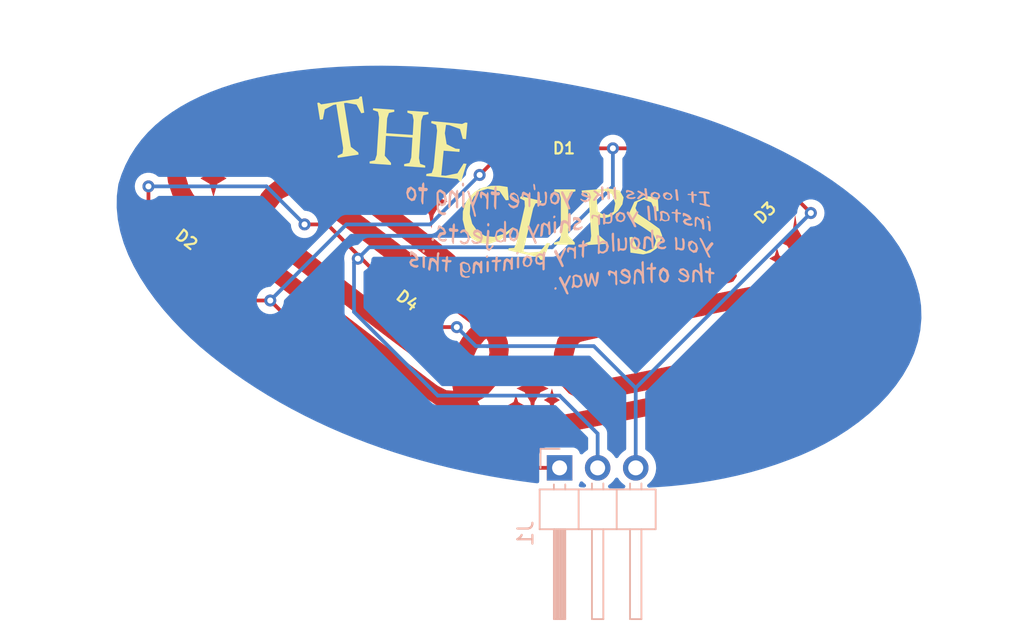
<source format=kicad_pcb>
(kicad_pcb (version 20211014) (generator pcbnew)
  (layers (0 "F.Cu" signal) (31 "B.Cu" signal) (34 "B.Paste" user) (35 "F.Paste" user) (36 "B.SilkS" user "B.Silkscreen") (37 "F.SilkS" user "F.Silkscreen") (38 "B.Mask" user) (39 "F.Mask" user) (44 "Edge.Cuts" user))
  (net 0 "")
  (net 1 "Net-(D1-Pad1)")
  (net 2 "Net-(D1-Pad2)")
  (net 3 "Net-(D3-Pad2)")
  (footprint "Custom4:Custom_LessSilkscreenLED_1206_3216Metric_Pad1.42x1.75mm_HandSolder" (layer "F.Cu") (at 39.624 45.466 142)
    (fp_text reference "D2" (at 0 0 142) (layer "F.SilkS") (effects (font (size 0.75 0.75))))
    (fp_text value "LED")
    (pad "1" smd roundrect (at -1.4875 0 142) (size 1.425 1.75) (layers "F.Cu" "F.Paste" "F.Mask") (roundrect_rratio 0.1754392982) (net 2 "Net-(D1-Pad2)"))
    (pad "2" smd roundrect (at 1.4875 0 142) (size 1.425 1.75) (layers "F.Cu" "F.Paste" "F.Mask") (roundrect_rratio 0.1754392982) (net 1 "Net-(D1-Pad1)"))
  )
  (footprint "Custom4:Custom_LessSilkscreenLED_1206_3216Metric_Pad1.42x1.75mm_HandSolder" (layer "F.Cu") (at 78.232 43.688 45)
    (fp_text reference "D3" (at 0 0 45) (layer "F.SilkS") (effects (font (size 0.75 0.75))))
    (fp_text value "LED")
    (pad "1" smd roundrect (at -1.4875 0 45) (size 1.425 1.75) (layers "F.Cu" "F.Paste" "F.Mask") (roundrect_rratio 0.1754392982) (net 1 "Net-(D1-Pad1)"))
    (pad "2" smd roundrect (at 1.4875 0 45) (size 1.425 1.75) (layers "F.Cu" "F.Paste" "F.Mask") (roundrect_rratio 0.1754392982) (net 3 "Net-(D3-Pad2)"))
  )
  (footprint "Custom4:Custom_LessSilkscreenLED_1206_3216Metric_Pad1.42x1.75mm_HandSolder" (layer "F.Cu") (at 64.8065 39.37 180)
    (fp_text reference "D1" (at 0 0) (layer "F.SilkS") (effects (font (size 0.75 0.75))))
    (fp_text value "LED")
    (pad "1" smd roundrect (at -1.4875 0 180) (size 1.425 1.75) (layers "F.Cu" "F.Paste" "F.Mask") (roundrect_rratio 0.1754392982) (net 1 "Net-(D1-Pad1)"))
    (pad "2" smd roundrect (at 1.4875 0 180) (size 1.425 1.75) (layers "F.Cu" "F.Paste" "F.Mask") (roundrect_rratio 0.1754392982) (net 2 "Net-(D1-Pad2)"))
  )
  (footprint "Custom4:Custom_LessSilkscreenLED_1206_3216Metric_Pad1.42x1.75mm_HandSolder" (layer "F.Cu") (at 54.356 49.53 142)
    (fp_text reference "D4" (at 0 0 142) (layer "F.SilkS") (effects (font (size 0.75 0.75))))
    (fp_text value "LED")
    (pad "1" smd roundrect (at -1.4875 0 142) (size 1.425 1.75) (layers "F.Cu" "F.Paste" "F.Mask") (roundrect_rratio 0.1754392982) (net 3 "Net-(D3-Pad2)"))
    (pad "2" smd roundrect (at 1.4875 0 142) (size 1.425 1.75) (layers "F.Cu" "F.Paste" "F.Mask") (roundrect_rratio 0.1754392982) (net 1 "Net-(D1-Pad1)"))
  )
  (footprint "Custom4:paperclips" (layer "F.Cu") (at 33.782 33.02)
    (fp_text reference "svg2mod" hide)
    (fp_text value "G***" hide)
    (fp_poly (pts (xy 31.055469 7.600156) (xy 30.90168 8.088809) (xy 30.539531 8.294687) (xy 30.909121 8.493125) (xy 31.055469 8.989219) (xy 31.209258 8.500566) (xy 31.571406 8.294687) (xy 31.209258 8.088809) (xy 31.055469 7.600156)) (layer "F.Cu") (width 0) (fill solid))
    (fp_poly (pts (xy 27.820937 22.800469) (xy 27.667148 23.289121) (xy 27.305 23.495) (xy 27.67459 23.693438) (xy 27.820937 24.189531) (xy 27.974727 23.700879) (xy 28.336875 23.495) (xy 27.974727 23.289121) (xy 27.820937 22.800469)) (layer "F.Cu") (width 0) (fill solid))
    (fp_poly (pts (xy 46.454219 10.795) (xy 46.308698 11.704138) (xy 45.925052 12.353102) (xy 45.382656 12.600781) (xy 45.916233 12.848461) (xy 46.304288 13.497425) (xy 46.454219 14.406562) (xy 46.59974 13.497425) (xy 46.983385 12.848461) (xy 47.525781 12.600781) (xy 46.974566 12.353102) (xy 46.59533 11.704138) (xy 46.454219 10.795)) (layer "F.Cu") (width 0) (fill solid))
    (fp_poly (pts (xy 5.099844 8.354219) (xy 5.318125 8.651875) (xy 5.595938 9.326563) (xy 6.072187 10.021094) (xy 6.6675 10.556875) (xy 7.004844 10.914063) (xy 7.024688 11.052969) (xy 6.885781 11.072813) (xy 6.627812 10.993438) (xy 5.992812 10.378281) (xy 5.55873 9.872266) (xy 5.258594 9.36625) (xy 5.000625 8.612188) (xy 5.099844 8.354219)) (layer "F.Cu") (width 0) (fill solid))
    (fp_poly (pts (xy 7.639844 7.104062) (xy 7.389316 7.982148) (xy 6.766719 8.354219) (xy 7.381875 8.718848) (xy 7.639844 9.604375) (xy 7.890371 8.726289) (xy 8.512969 8.354219) (xy 7.897812 7.98959) (xy 7.639844 7.104062)) (layer "F.Cu") (width 0) (fill solid))
    (fp_poly (pts (xy 10.894219 11.152188) (xy 11.211719 11.529219) (xy 11.727656 12.164219) (xy 12.104687 12.54125) (xy 12.144375 12.680156) (xy 11.985625 12.7) (xy 11.469688 12.422188) (xy 10.933906 11.787188) (xy 10.755313 11.291094) (xy 10.894219 11.152187) (xy 10.894219 11.152188)) (layer "F.Cu") (width 0) (fill solid))
    (fp_poly (pts (xy 23.514844 21.490781) (xy 23.544609 22.031523) (xy 23.633906 22.5425) (xy 23.931563 23.455312) (xy 24.427656 24.28875) (xy 25.042812 24.983281) (xy 25.737344 25.459531) (xy 26.590625 25.796875) (xy 27.503437 25.955625) (xy 27.646466 25.945715) (xy 27.926679 25.906107) (xy 28.344006 25.836873) (xy 28.89838 25.738079) (xy 29.58973 25.609795) (xy 30.417988 25.45209) (xy 31.383086 25.265033) (xy 32.484954 25.048692) (xy 33.723523 24.803137) (xy 35.098725 24.528437) (xy 36.61049 24.22466) (xy 38.25875 23.891875) (xy 39.906608 23.557425) (xy 41.417214 23.248607) (xy 42.790566 22.96542) (xy 44.026667 22.707865) (xy 45.125514 22.475941) (xy 46.087109 22.269648) (xy 46.911452 22.088988) (xy 47.598542 21.933958) (xy 48.148379 21.804561) (xy 48.560964 21.700794) (xy 48.836296 21.62266) (xy 48.974375 21.570156) (xy 49.366289 21.284902) (xy 49.728438 20.895469) (xy 50.031055 20.436582) (xy 50.244375 19.962812) (xy 50.380801 19.476641) (xy 50.442813 18.990469) (xy 50.43041 18.46957) (xy 50.343594 17.859375) (xy 50.155078 17.207012) (xy 49.8475 16.569531) (xy 49.47791 16.008945) (xy 49.093438 15.597187) (xy 48.646953 15.299531) (xy 48.081406 15.061406) (xy 47.515859 14.929941) (xy 47.069375 14.902656) (xy 46.858225 14.933275) (xy 46.433135 15.009937) (xy 45.794104 15.132177) (xy 44.941133 15.299531) (xy 43.874221 15.511534) (xy 42.593369 15.76772) (xy 41.098577 16.067624) (xy 39.389844 16.410781) (xy 37.680181 16.762465) (xy 36.182598 17.073687) (xy 34.897095 17.34491) (xy 33.823672 17.576602) (xy 32.962329 17.769225) (xy 32.313066 17.923247) (xy 31.875884 18.039131) (xy 31.650781 18.117344) (xy 30.95625 18.593594) (xy 30.599062 19.089687) (xy 30.360938 20.0025) (xy 30.32125 20.627578) (xy 30.400625 21.193125) (xy 30.757813 22.086094) (xy 31.353125 22.721094) (xy 32.047656 23.098125) (xy 32.781875 23.197344) (xy 33.015198 23.171888) (xy 33.477274 23.095753) (xy 34.16845 22.969285) (xy 35.089073 22.792832) (xy 36.239489 22.566741) (xy 37.620047 22.291358) (xy 39.231094 21.967031) (xy 40.838495 21.640275) (xy 42.208119 21.357602) (xy 43.340312 21.119362) (xy 44.235421 20.9259) (xy 44.893794 20.777563) (xy 45.315778 20.6747) (xy 45.501719 20.617656) (xy 45.799375 20.300156) (xy 45.779531 19.863594) (xy 45.4025 19.52625) (xy 45.204583 19.52868) (xy 44.764376 19.586996) (xy 44.082572 19.701199) (xy 43.159867 19.871288) (xy 41.996954 20.097264) (xy 40.594527 20.379126) (xy 38.953281 20.716875) (xy 37.312093 21.054682) (xy 35.910072 21.336949) (xy 34.748258 21.564024) (xy 33.827693 21.736254) (xy 33.149418 21.853986) (xy 32.714476 21.917567) (xy 32.523906 21.927344) (xy 32.127031 21.768594) (xy 31.789687 21.232812) (xy 31.611094 20.339844) (xy 31.789687 19.625469) (xy 32.087344 19.288125) (xy 32.237102 19.243477) (xy 32.611963 19.15418) (xy 33.211926 19.020234) (xy 34.036992 18.841641) (xy 35.087161 18.618398) (xy 36.362432 18.350508) (xy 37.862805 18.037969) (xy 39.588281 17.680781) (xy 41.31647 17.325377) (xy 42.824673 17.017876) (xy 44.112424 16.757814) (xy 45.179258 16.544727) (xy 46.02471 16.378148) (xy 46.648315 16.257612) (xy 47.049609 16.182656) (xy 47.228125 16.152812) (xy 47.823438 16.271875) (xy 48.438594 16.688594) (xy 48.875156 17.283906) (xy 49.133125 18.037969) (xy 49.232344 18.7325) (xy 49.133125 19.3675) (xy 48.855313 20.042187) (xy 48.438594 20.47875) (xy 47.823438 20.716875) (xy 47.679239 20.748348) (xy 47.387173 20.810235) (xy 46.946973 20.902446) (xy 46.358369 21.024893) (xy 45.621094 21.177486) (xy 44.734879 21.360135) (xy 43.699456 21.57275) (xy 42.514556 21.815244) (xy 41.179911 22.087525) (xy 39.695253 22.389505) (xy 38.060313 22.721094) (xy 36.427877 23.052191) (xy 34.940088 23.352695) (xy 33.596945 23.622516) (xy 32.398448 23.861565) (xy 31.344597 24.069753) (xy 30.435393 24.24699) (xy 29.670834 24.393187) (xy 29.050922 24.508254) (xy 28.575656 24.592101) (xy 28.245036 24.64464) (xy 28.059063 24.665781) (xy 27.448867 24.648418) (xy 26.868438 24.526875) (xy 25.995312 24.13) (xy 25.439687 23.554531) (xy 25.042812 22.879844) (xy 24.824531 22.145625) (xy 24.765 21.2725) (xy 24.903906 20.47875) (xy 25.221406 19.764375) (xy 25.7175 19.149219) (xy 26.08957 18.881328) (xy 26.610469 18.613437) (xy 26.833214 18.53918) (xy 27.223856 18.435361) (xy 27.78272 18.301817) (xy 28.510134 18.138385) (xy 29.406423 17.944902) (xy 30.471916 17.721204) (xy 31.706937 17.467127) (xy 33.111815 17.18251) (xy 34.686875 16.867187) (xy 36.434598 16.516472) (xy 37.956753 16.208313) (xy 39.252875 15.942477) (xy 40.3225 15.71873) (xy 41.165162 15.536842) (xy 41.780396 15.39658) (xy 42.167736 15.29771) (xy 42.326719 15.24) (xy 42.564844 14.882812) (xy 42.465625 14.426406) (xy 42.108437 14.148594) (xy 41.968796 14.155943) (xy 41.642477 14.20445) (xy 41.129479 14.294115) (xy 40.429803 14.424936) (xy 39.543449 14.596916) (xy 38.470417 14.810052) (xy 37.210706 15.064346) (xy 35.764317 15.359797) (xy 34.13125 15.696406) (xy 32.494426 16.037425) (xy 31.036442 16.346105) (xy 29.756806 16.622448) (xy 28.655028 16.866453) (xy 27.73062 17.078119) (xy 26.98309 17.257448) (xy 26.41195 17.404439) (xy 26.016708 17.519091) (xy 25.796875 17.601406) (xy 25.246211 17.956113) (xy 24.725312 18.415) (xy 24.29123 18.918535) (xy 23.991094 19.407187) (xy 23.785215 19.885918) (xy 23.65375 20.379531) (xy 23.54709 20.935156) (xy 23.514844 21.490781)) (layer "F.Cu") (width 0) (fill solid))
    (fp_poly (pts (xy 6.766719 6.488906) (xy 6.61293 6.977559) (xy 6.250781 7.183438) (xy 6.620371 7.381875) (xy 6.766719 7.877969) (xy 6.920508 7.389316) (xy 7.282656 7.183438) (xy 6.920508 6.977559) (xy 6.766719 6.488906)) (layer "F.Cu") (width 0) (fill solid))
    (fp_poly (pts (xy 11.013281 9.921875) (xy 11.191875 9.961563) (xy 11.172031 10.279063) (xy 11.072813 10.675938) (xy 10.973594 10.914063) (xy 10.795 10.933906) (xy 10.695781 10.755313) (xy 10.795 10.31875) (xy 11.013281 9.921875)) (layer "F.Cu") (width 0) (fill solid))
    (fp_poly (pts (xy 26.570781 19.665156) (xy 26.749375 19.744531) (xy 26.709688 20.240625) (xy 26.51125 20.716875) (xy 26.332656 20.677188) (xy 26.3525 20.339844) (xy 26.451719 19.903281) (xy 26.570781 19.665156)) (layer "F.Cu") (width 0) (fill solid))
    (fp_poly (pts (xy 48.498125 16.113125) (xy 48.676719 16.03375) (xy 49.033906 16.390938) (xy 49.252188 16.847344) (xy 49.093438 16.966406) (xy 48.835469 16.728281) (xy 48.557656 16.371094) (xy 48.498125 16.113125)) (layer "F.Cu") (width 0) (fill solid))
    (fp_poly (pts (xy 22.185313 8.09625) (xy 22.039792 9.005388) (xy 21.656146 9.654352) (xy 21.11375 9.902031) (xy 21.647326 10.149711) (xy 22.035382 10.798675) (xy 22.185313 11.707813) (xy 22.330833 10.798675) (xy 22.714479 10.149711) (xy 23.256875 9.902031) (xy 22.70566 9.654352) (xy 22.326424 9.005388) (xy 22.185313 8.09625)) (layer "F.Cu") (width 0) (fill solid))
    (fp_poly (pts (xy 28.932188 20.577969) (xy 28.786667 21.487106) (xy 28.403021 22.136071) (xy 27.860625 22.38375) (xy 28.394201 22.631429) (xy 28.782257 23.280394) (xy 28.932188 24.189531) (xy 29.077708 23.280394) (xy 29.461354 22.631429) (xy 30.00375 22.38375) (xy 29.452535 22.136071) (xy 29.073299 21.487106) (xy 28.932188 20.577969)) (layer "F.Cu") (width 0) (fill solid))
    (fp_poly (pts (xy 30.876875 20.121563) (xy 31.035625 20.200938) (xy 31.134844 19.942969) (xy 31.214219 19.585781) (xy 31.234063 19.347656) (xy 31.095156 19.228594) (xy 30.95625 19.307969) (xy 30.857031 19.704844) (xy 30.876875 20.121563)) (layer "F.Cu") (width 0) (fill solid))
    (fp_poly (pts (xy 30.222031 22.38375) (xy 30.065762 22.926973) (xy 29.68625 23.157656) (xy 30.065762 23.380898) (xy 30.222031 23.931563) (xy 30.378301 23.38834) (xy 30.757813 23.157656) (xy 30.385742 22.934414) (xy 30.222031 22.38375)) (layer "F.Cu") (width 0) (fill solid))
    (fp_poly (pts (xy 6.151563 4.325938) (xy 5.764609 4.698008) (xy 5.437187 5.099844) (xy 4.941094 5.933281) (xy 4.623594 6.846094) (xy 4.504531 7.77875) (xy 4.60375 8.612188) (xy 4.901406 9.485313) (xy 5.377656 10.279063) (xy 5.478127 10.380762) (xy 5.690287 10.566797) (xy 6.014207 10.837168) (xy 6.449954 11.191875) (xy 6.997598 11.630918) (xy 7.657207 12.154297) (xy 8.428851 12.762012) (xy 9.312598 13.454063) (xy 10.308518 14.230449) (xy 11.416679 15.091172) (xy 12.63715 16.03623) (xy 13.97 17.065625) (xy 15.30409 18.093377) (xy 16.528282 19.033555) (xy 17.642644 19.886228) (xy 18.647245 20.651464) (xy 19.542155 21.329333) (xy 20.327441 21.919902) (xy 21.003174 22.423242) (xy 21.569421 22.839421) (xy 22.026252 23.168508) (xy 22.373736 23.410572) (xy 22.611942 23.565682) (xy 22.740937 23.633906) (xy 23.217187 23.738086) (xy 23.752969 23.752969) (xy 24.301152 23.678555) (xy 24.804687 23.514844) (xy 25.657969 23.01875) (xy 26.047402 22.671484) (xy 26.451719 22.205156) (xy 26.823789 21.637129) (xy 27.106563 20.994687) (xy 27.285156 20.344805) (xy 27.344687 19.784219) (xy 27.275234 19.243477) (xy 27.086719 18.672969) (xy 26.816348 18.161992) (xy 26.531094 17.799844) (xy 26.369243 17.659387) (xy 26.03252 17.386846) (xy 25.520923 16.982219) (xy 24.834453 16.445508) (xy 23.97311 15.776711) (xy 22.936895 14.97583) (xy 21.725806 14.042864) (xy 20.339844 12.977813) (xy 18.951091 11.920319) (xy 17.731631 10.995608) (xy 16.681462 10.204377) (xy 15.800586 9.547324) (xy 15.089001 9.025147) (xy 14.546709 8.638542) (xy 14.173708 8.388209) (xy 13.97 8.274844) (xy 13.156406 8.076406) (xy 12.54125 8.135937) (xy 11.707813 8.552656) (xy 11.204277 8.937129) (xy 10.834688 9.36625) (xy 10.398125 10.219531) (xy 10.298906 11.072813) (xy 10.457656 11.846719) (xy 10.874375 12.461875) (xy 11.045621 12.617385) (xy 11.406049 12.913827) (xy 11.95531 13.351199) (xy 12.693058 13.929503) (xy 13.618945 14.648737) (xy 14.732625 15.508903) (xy 16.03375 16.51) (xy 17.333776 17.507394) (xy 18.444621 18.356221) (xy 19.366632 19.056132) (xy 20.100157 19.606782) (xy 20.645542 20.007823) (xy 21.003134 20.258907) (xy 21.173281 20.359687) (xy 21.609844 20.379531) (xy 21.927344 20.081875) (xy 21.927344 19.585781) (xy 21.793702 19.436346) (xy 21.460813 19.141119) (xy 20.928677 18.700102) (xy 20.197293 18.113294) (xy 19.266661 17.380695) (xy 18.136783 16.502305) (xy 16.807656 15.478125) (xy 15.471183 14.447754) (xy 14.336039 13.56734) (xy 13.401879 12.836187) (xy 12.668354 12.253602) (xy 12.135118 11.818891) (xy 11.801824 11.531359) (xy 11.668125 11.390312) (xy 11.529219 10.993437) (xy 11.707812 10.398125) (xy 12.263437 9.68375) (xy 12.918281 9.36625) (xy 13.374687 9.36625) (xy 13.509563 9.444424) (xy 13.824893 9.664216) (xy 14.320676 10.025861) (xy 14.996914 10.52959) (xy 15.853606 11.175636) (xy 16.890752 11.964231) (xy 18.108352 12.895608) (xy 19.506406 13.97) (xy 20.905313 15.047144) (xy 22.125161 15.986621) (xy 23.165485 16.788433) (xy 24.02582 17.452578) (xy 24.705701 17.979058) (xy 25.204663 18.367871) (xy 25.522241 18.619019) (xy 25.657969 18.7325) (xy 25.975469 19.268281) (xy 26.054844 20.0025) (xy 25.896094 20.736719) (xy 25.479375 21.43125) (xy 25.003125 21.967031) (xy 24.467344 22.304375) (xy 23.772812 22.5425) (xy 23.1775 22.502813) (xy 22.602031 22.205156) (xy 22.482924 22.120548) (xy 22.244486 21.942551) (xy 21.886449 21.671254) (xy 21.408544 21.306746) (xy 20.810503 20.849117) (xy 20.092058 20.298457) (xy 19.25294 19.654854) (xy 18.292881 18.918399) (xy 17.211613 18.089181) (xy 16.008867 17.167289) (xy 14.684375 16.152813) (xy 13.363387 15.136383) (xy 12.160566 14.208692) (xy 11.076003 13.369917) (xy 10.109787 12.620237) (xy 9.262007 11.959833) (xy 8.532753 11.388881) (xy 7.922114 10.907562) (xy 7.43018 10.516054) (xy 7.05704 10.214537) (xy 6.802783 10.003188) (xy 6.6675 9.882187) (xy 6.285508 9.408418) (xy 5.992813 8.89) (xy 5.715 7.977187) (xy 5.794375 7.183437) (xy 6.0325 6.449219) (xy 6.449219 5.814219) (xy 7.064375 5.199062) (xy 7.758906 4.7625) (xy 8.493125 4.524375) (xy 9.286875 4.484687) (xy 9.730879 4.586387) (xy 10.279063 4.822031) (xy 10.478235 4.941829) (xy 10.811169 5.168929) (xy 11.277865 5.503333) (xy 11.878322 5.945041) (xy 12.612541 6.494051) (xy 13.480521 7.150365) (xy 14.482263 7.913981) (xy 15.617766 8.784902) (xy 16.887031 9.763125) (xy 18.29993 10.852361) (xy 19.532141 11.79835) (xy 20.583434 12.601091) (xy 21.453574 13.260586) (xy 22.142331 13.776833) (xy 22.64947 14.149834) (xy 22.97476 14.379587) (xy 23.117969 14.466094) (xy 23.534687 14.406562) (xy 23.8125 14.029531) (xy 23.792656 13.573125) (xy 23.69047 13.470231) (xy 23.436721 13.254155) (xy 23.031244 12.924896) (xy 22.473877 12.482454) (xy 21.764456 11.926829) (xy 20.902818 11.258021) (xy 19.8888 10.47603) (xy 18.722238 9.580856) (xy 17.402969 8.5725) (xy 16.077139 7.551622) (xy 14.891115 6.645234) (xy 13.845058 5.853171) (xy 12.939132 5.175272) (xy 12.173501 4.611372) (xy 11.548328 4.161308) (xy 11.063775 3.824917) (xy 10.720008 3.602035) (xy 10.517187 3.4925) (xy 9.892109 3.308945) (xy 9.2075 3.214688) (xy 8.540254 3.22709) (xy 7.977187 3.313906) (xy 7.483574 3.480098) (xy 7.004844 3.690938) (xy 6.570762 3.986113) (xy 6.151562 4.325938) (xy 6.151563 4.325938)) (layer "F.Cu") (width 0) (fill solid))
    (fp_poly (pts (xy 8.493125 4.683125) (xy 8.347604 5.592263) (xy 7.963958 6.241227) (xy 7.421562 6.488906) (xy 7.955139 6.736586) (xy 8.343194 7.38555) (xy 8.493125 8.294688) (xy 8.638646 7.38555) (xy 9.022292 6.736586) (xy 9.564687 6.488906) (xy 9.013472 6.241227) (xy 8.634236 5.592263) (xy 8.493125 4.683125)) (layer "F.Cu") (width 0) (fill solid))
    (fp_poly (pts (xy 48.061562 12.243594) (xy 47.811035 13.12168) (xy 47.188437 13.49375) (xy 47.803594 13.858379) (xy 48.061562 14.743906) (xy 48.31209 13.86582) (xy 48.934687 13.49375) (xy 48.319531 13.129121) (xy 48.061562 12.243594)) (layer "F.Cu") (width 0) (fill solid))
    (fp_poly (pts (xy 31.27375 19.069844) (xy 31.690469 18.930938) (xy 32.365156 18.692812) (xy 32.821563 18.593594) (xy 32.920781 18.514219) (xy 32.801719 18.415) (xy 32.285781 18.355469) (xy 31.611094 18.57375) (xy 31.27375 18.871406) (xy 31.27375 19.069844)) (layer "F.Cu") (width 0) (fill solid))
    (fp_poly (pts (xy 5.377656 6.072188) (xy 5.55625 6.151563) (xy 5.437187 6.707187) (xy 5.23875 7.421562) (xy 5.139531 7.719219) (xy 4.980781 7.659688) (xy 4.881562 7.441406) (xy 5.060156 6.707187) (xy 5.377656 6.072187) (xy 5.377656 6.072188)) (layer "F.Cu") (width 0) (fill solid))
    (fp_poly (pts (xy 25.221406 17.641094) (xy 25.777031 17.978438) (xy 26.166465 18.345547) (xy 26.451719 18.712656) (xy 26.67 19.228594) (xy 26.550938 19.407188) (xy 26.253281 19.069844) (xy 25.638125 18.335625) (xy 25.161875 17.819688) (xy 25.221406 17.641094)) (layer "F.Cu") (width 0) (fill solid))
    (fp_poly (pts (xy 38.139687 10.080625) (xy 37.983418 10.623848) (xy 37.603906 10.854531) (xy 37.983418 11.077773) (xy 38.139687 11.628437) (xy 38.295957 11.085215) (xy 38.675469 10.854531) (xy 38.303398 10.623848) (xy 38.139687 10.080625)) (layer "F.Cu") (width 0) (fill solid))
    (fp_poly (pts (xy 45.24375 13.0175) (xy 45.089961 13.506152) (xy 44.727813 13.712031) (xy 45.097402 13.910469) (xy 45.24375 14.406562) (xy 45.397539 13.91791) (xy 45.759688 13.712031) (xy 45.397539 13.506152) (xy 45.24375 13.0175)) (layer "F.Cu") (width 0) (fill solid))
    (fp_poly (pts (xy 46.077187 15.795625) (xy 46.692344 15.617031) (xy 47.225645 15.562461) (xy 47.684531 15.597187) (xy 48.220312 15.775781) (xy 48.279844 15.994062) (xy 47.823437 15.994062) (xy 46.870937 15.974219) (xy 46.156562 15.994062) (xy 46.077187 15.795625)) (layer "F.Cu") (width 0) (fill solid))
    (fp_poly (pts (xy 55.205313 15.875) (xy 54.966276 15.016748) (xy 54.653171 14.19002) (xy 54.270423 13.394346) (xy 53.822459 12.629258) (xy 53.313705 11.894287) (xy 52.748587 11.188965) (xy 52.131533 10.512822) (xy 51.466969 9.86539) (xy 50.75932 9.246201) (xy 50.013014 8.654785) (xy 49.232477 8.090675) (xy 48.422135 7.553401) (xy 47.586415 7.042495) (xy 46.729743 6.557487) (xy 45.856545 6.09791) (xy 44.971249 5.663295) (xy 44.07828 5.253172) (xy 43.182066 4.867074) (xy 42.287031 4.504531) (xy 41.734507 4.288892) (xy 41.14294 4.071559) (xy 40.514106 3.853294) (xy 39.84978 3.634862) (xy 39.151739 3.417027) (xy 38.421757 3.200552) (xy 37.661609 2.986202) (xy 36.873072 2.774739) (xy 36.05792 2.566928) (xy 35.217929 2.363532) (xy 34.354874 2.165315) (xy 33.470531 1.973041) (xy 32.566676 1.787474) (xy 31.645083 1.609377) (xy 30.707528 1.439514) (xy 29.755786 1.278649) (xy 28.791634 1.127545) (xy 27.816846 0.986967) (xy 26.833197 0.857678) (xy 25.842464 0.740442) (xy 24.846421 0.636022) (xy 23.846844 0.545183) (xy 22.845508 0.468688) (xy 21.844189 0.407301) (xy 20.844663 0.361785) (xy 19.848704 0.332905) (xy 18.858088 0.321423) (xy 17.874591 0.328105) (xy 16.899987 0.353713) (xy 15.936053 0.399011) (xy 14.984563 0.464764) (xy 14.047294 0.551734) (xy 13.12602 0.660686) (xy 12.222517 0.792384) (xy 11.338561 0.94759) (xy 10.475926 1.127069) (xy 9.636388 1.331585) (xy 8.821724 1.561901) (xy 8.033707 1.818781) (xy 7.274113 2.102989) (xy 6.544719 2.415289) (xy 5.847299 2.756444) (xy 5.183628 3.127218) (xy 4.555483 3.528374) (xy 3.964638 3.960678) (xy 3.412869 4.424892) (xy 2.901952 4.921779) (xy 2.433661 5.452105) (xy 2.009773 6.016632) (xy 1.632062 6.616124) (xy 1.302305 7.251346) (xy 1.022275 7.92306) (xy 0.79375 8.632031) (xy 0.683301 9.488341) (xy 0.672688 10.341122) (xy 0.754856 11.187906) (xy 0.922749 12.026224) (xy 1.169311 12.853605) (xy 1.487488 13.667581) (xy 1.870222 14.465682) (xy 2.310459 15.245439) (xy 2.801144 16.004381) (xy 3.33522 16.740041) (xy 3.905632 17.449947) (xy 4.505325 18.131631) (xy 5.127243 18.782624) (xy 5.76433 19.400455) (xy 6.409531 19.982656) (xy 7.138013 20.586058) (xy 7.881577 21.167532) (xy 8.639667 21.727322) (xy 9.411723 22.265671) (xy 10.197186 22.782824) (xy 10.995499 23.279026) (xy 11.806101 23.754519) (xy 12.628435 24.209549) (xy 13.461942 24.644358) (xy 14.306064 25.059192) (xy 15.160241 25.454295) (xy 16.023915 25.829909) (xy 16.896527 26.186281) (xy 17.77752 26.523652) (xy 18.666333 26.842269) (xy 19.562408 27.142374) (xy 20.465188 27.424212) (xy 21.374112 27.688026) (xy 22.288623 27.934062) (xy 23.208162 28.162562) (xy 24.13217 28.373772) (xy 25.060089 28.567935) (xy 25.991359 28.745294) (xy 26.925423 28.906096) (xy 27.861722 29.050582) (xy 28.799696 29.178998) (xy 29.738787 29.291587) (xy 30.678437 29.388594) (xy 31.598819 29.460549) (xy 32.524241 29.514765) (xy 33.453566 29.550393) (xy 34.385652 29.566586) (xy 35.319363 29.562494) (xy 36.253558 29.53727) (xy 37.187099 29.490066) (xy 38.118846 29.420034) (xy 39.047661 29.326324) (xy 39.972405 29.20809) (xy 40.891938 29.064482) (xy 41.805123 28.894653) (xy 42.710818 28.697754) (xy 43.607887 28.472938) (xy 44.495189 28.219355) (xy 45.371585 27.936159) (xy 46.235938 27.6225) (xy 47.057932 27.301193) (xy 47.878886 26.933522) (xy 48.691877 26.520896) (xy 49.489986 26.064725) (xy 50.266291 25.566416) (xy 51.013872 25.027378) (xy 51.725807 24.449021) (xy 52.395176 23.832752) (xy 53.015059 23.17998) (xy 53.578533 22.492115) (xy 54.07868 21.770564) (xy 54.508576 21.016736) (xy 54.861303 20.23204) (xy 55.129939 19.417885) (xy 55.307563 18.575679) (xy 55.387254 17.706831) (xy 55.362092 16.81275) (xy 55.225156 15.894844) (xy 55.205313 15.875)) (layer "Edge.Cuts") (width 0.00001) (fill none))
  )
  (footprint "Connector_PinHeader_2.54mm:PinHeader_1x03_P2.54mm_Horizontal" (layer "B.Cu") (at 64.516 60.706 -90)
    (fp_text reference "J1" (at 4.385 2.27 90) (layer "B.SilkS") (effects (justify mirror)))
    (fp_text value "Conn_01x03")
    (pad "1" thru_hole rect (at 0 0 270) (size 1.7 1.7) (drill 1) (layers *.Cu *.Mask) (net 2 "Net-(D1-Pad2)"))
    (pad "2" thru_hole oval (at 0 -2.54 270) (size 1.7 1.7) (drill 1) (layers *.Cu *.Mask) (net 1 "Net-(D1-Pad1)"))
    (pad "3" thru_hole oval (at 0 -5.08 270) (size 1.7 1.7) (drill 1) (layers *.Cu *.Mask) (net 3 "Net-(D3-Pad2)"))
  )
  (segment (start 53.183834 48.611834) (end 50.8 46.228) (width 0.25) (layer "F.Cu") (net 1))
  (segment (start 77.180179 44.414179) (end 77.180179 44.739821) (width 0.25) (layer "F.Cu") (net 1))
  (segment (start 37.084 41.91) (end 37.084 43.18237) (width 0.25) (layer "F.Cu") (net 1))
  (segment (start 66.294 39.37) (end 68.072 39.37) (width 0.25) (layer "F.Cu") (net 1))
  (segment (start 49.022 44.45) (end 47.498 44.45) (width 0.25) (layer "F.Cu") (net 1))
  (segment (start 72.136 39.37) (end 77.180179 44.414179) (width 0.25) (layer "F.Cu") (net 1))
  (segment (start 37.084 43.18237) (end 38.451834 44.550204) (width 0.25) (layer "F.Cu") (net 1))
  (segment (start 68.072 39.37) (end 72.136 39.37) (width 0.25) (layer "F.Cu") (net 1))
  (segment (start 50.8 46.228) (end 49.022 44.45) (width 0.25) (layer "F.Cu") (net 1))
  (segment (start 53.183834 48.614204) (end 53.183834 48.611834) (width 0.25) (layer "F.Cu") (net 1))
  (via (at 51.054 46.736) (size 0.8) (drill 0.4) (layers "F.Cu" "B.Cu") (net 1))
  (via (at 47.498 44.45) (size 0.8) (drill 0.4) (layers "F.Cu" "B.Cu") (net 1))
  (via (at 37.084 41.91) (size 0.8) (drill 0.4) (layers "F.Cu" "B.Cu") (net 1))
  (via (at 68.072 39.37) (size 0.8) (drill 0.4) (layers "F.Cu" "B.Cu") (net 1))
  (segment (start 50.8 46.99) (end 51.054 46.736) (width 0.25) (layer "B.Cu") (net 1))
  (segment (start 65.532 56.896) (end 64.516 55.88) (width 0.25) (layer "B.Cu") (net 1))
  (segment (start 59.436 55.88) (end 56.388 55.88) (width 0.25) (layer "B.Cu") (net 1))
  (segment (start 64.516 55.88) (end 59.436 55.88) (width 0.25) (layer "B.Cu") (net 1))
  (segment (start 47.498 44.45) (end 44.958 41.91) (width 0.25) (layer "B.Cu") (net 1))
  (segment (start 68.072 41.91) (end 68.072 39.37) (width 0.25) (layer "B.Cu") (net 1))
  (segment (start 51.816 45.974) (end 64.008 45.974) (width 0.25) (layer "B.Cu") (net 1))
  (segment (start 67.056 58.42) (end 65.532 56.896) (width 0.25) (layer "B.Cu") (net 1))
  (segment (start 56.388 55.88) (end 50.8 50.292) (width 0.25) (layer "B.Cu") (net 1))
  (segment (start 64.008 45.974) (end 68.072 41.91) (width 0.25) (layer "B.Cu") (net 1))
  (segment (start 51.054 46.736) (end 51.816 45.974) (width 0.25) (layer "B.Cu") (net 1))
  (segment (start 67.056 60.706) (end 67.056 58.42) (width 0.25) (layer "B.Cu") (net 1))
  (segment (start 50.8 50.292) (end 50.8 46.99) (width 0.25) (layer "B.Cu") (net 1))
  (segment (start 44.958 41.91) (end 37.084 41.91) (width 0.25) (layer "B.Cu") (net 1))
  (segment (start 63.319 39.37) (end 60.96 39.37) (width 0.25) (layer "F.Cu") (net 2))
  (segment (start 54.102 58.42) (end 45.212 49.53) (width 0.25) (layer "F.Cu") (net 2))
  (segment (start 59.436 60.706) (end 57.15 58.42) (width 0.25) (layer "F.Cu") (net 2))
  (segment (start 45.212 49.53) (end 43.94437 49.53) (width 0.25) (layer "F.Cu") (net 2))
  (segment (start 43.94437 49.53) (end 40.796166 46.381796) (width 0.25) (layer "F.Cu") (net 2))
  (segment (start 60.96 39.37) (end 59.182 41.148) (width 0.25) (layer "F.Cu") (net 2))
  (segment (start 57.15 58.42) (end 54.102 58.42) (width 0.25) (layer "F.Cu") (net 2))
  (segment (start 64.516 60.706) (end 59.436 60.706) (width 0.25) (layer "F.Cu") (net 2))
  (via (at 45.212 49.53) (size 0.8) (drill 0.4) (layers "F.Cu" "B.Cu") (net 2))
  (via (at 59.182 41.148) (size 0.8) (drill 0.4) (layers "F.Cu" "B.Cu") (net 2))
  (segment (start 55.88 44.45) (end 50.292 44.45) (width 0.25) (layer "B.Cu") (net 2))
  (segment (start 59.182 41.148) (end 55.88 44.45) (width 0.25) (layer "B.Cu") (net 2))
  (segment (start 50.292 44.45) (end 45.212 49.53) (width 0.25) (layer "B.Cu") (net 2))
  (segment (start 56.39037 51.308) (end 55.528166 50.445796) (width 0.25) (layer "F.Cu") (net 3))
  (segment (start 81.28 43.688) (end 80.228179 42.636179) (width 0.25) (layer "F.Cu") (net 3))
  (segment (start 57.658 51.308) (end 56.39037 51.308) (width 0.25) (layer "F.Cu") (net 3))
  (segment (start 80.228179 42.636179) (end 79.283821 42.636179) (width 0.25) (layer "F.Cu") (net 3))
  (via (at 57.658 51.308) (size 0.8) (drill 0.4) (layers "F.Cu" "B.Cu") (net 3))
  (via (at 81.28 43.688) (size 0.8) (drill 0.4) (layers "F.Cu" "B.Cu") (net 3))
  (segment (start 69.596 55.372) (end 81.28 43.688) (width 0.25) (layer "B.Cu") (net 3))
  (segment (start 59.69 52.578) (end 58.928 52.578) (width 0.25) (layer "B.Cu") (net 3))
  (segment (start 69.596 60.706) (end 69.596 55.372) (width 0.25) (layer "B.Cu") (net 3))
  (segment (start 66.802 52.578) (end 64.77 52.578) (width 0.25) (layer "B.Cu") (net 3))
  (segment (start 69.596 55.372) (end 66.802 52.578) (width 0.25) (layer "B.Cu") (net 3))
  (segment (start 64.77 52.578) (end 59.69 52.578) (width 0.25) (layer "B.Cu") (net 3))
  (segment (start 58.928 52.578) (end 57.658 51.308) (width 0.25) (layer "B.Cu") (net 3))
  (zone (net 0) (net_name "") (layer "B.Cu") (connect_pads (clearance 0.508)) (min_thickness 0.254) (fill yes (thermal_gap 0.508) (thermal_bridge_width 0.508))
    (polygon (pts (xy 87.63 29.972) (xy 95.504 47.752) (xy 92.71 65.024) (xy 72.898 72.39) (xy 43.18 71.374) (xy 27.178 55.118) (xy 30.48 29.464) (xy 30.734 29.464)))
  )
)
</source>
